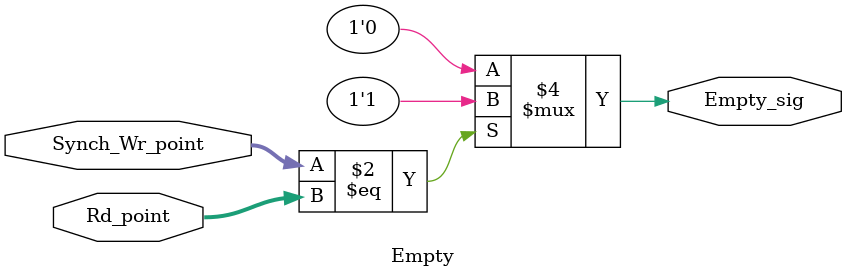
<source format=v>
module Empty 
#(parameter Addr_width = 5)
(
    //input wire Rd_clk, rst,
    input wire [Addr_width:0] Synch_Wr_point, Rd_point,
    output reg Empty_sig
);

always @(*) begin
    if(Synch_Wr_point == Rd_point)
    begin
        Empty_sig <= 1'b1;
    end
    else
    begin
        Empty_sig <= 1'b0;
    end
end

//------for sequential always block-----------//
/*always @(posedge Rd_clk or negedge rst) begin
    if(!rst)
    begin
        Empty_sig <= 1'b0;
    end
    else if(Synch_Wr_point == Rd_point)
    begin
        Empty_sig <= 1'b1;
    end
    else
    begin
        Empty_sig <= 1'b0;
    end
end*/
endmodule
</source>
